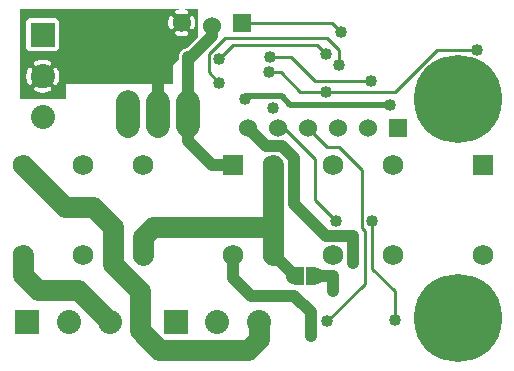
<source format=gbr>
G04 start of page 3 for group 1 idx 1 *
G04 Title: (unknown), bottom *
G04 Creator: pcb 20140316 *
G04 CreationDate: Fri 17 Nov 2017 10:24:59 PM GMT UTC *
G04 For: ndholmes *
G04 Format: Gerber/RS-274X *
G04 PCB-Dimensions (mil): 1700.00 1200.00 *
G04 PCB-Coordinate-Origin: lower left *
%MOIN*%
%FSLAX25Y25*%
%LNBOTTOM*%
%ADD45C,0.0450*%
%ADD44C,0.1285*%
%ADD43C,0.0380*%
%ADD42C,0.0472*%
%ADD41R,0.0300X0.0300*%
%ADD40C,0.0787*%
%ADD39C,0.2937*%
%ADD38C,0.0680*%
%ADD37C,0.0800*%
%ADD36C,0.0600*%
%ADD35C,0.0200*%
%ADD34C,0.0100*%
%ADD33C,0.0400*%
%ADD32C,0.0700*%
%ADD31C,0.0001*%
G54D31*G36*
X14673Y119000D02*X58000D01*
Y116492D01*
X57913Y116554D01*
X57808Y116607D01*
X57695Y116643D01*
X57579Y116660D01*
X57461Y116659D01*
X57344Y116640D01*
X57232Y116603D01*
X57127Y116548D01*
X57032Y116478D01*
X56949Y116394D01*
X56881Y116298D01*
X56830Y116192D01*
X56682Y115784D01*
X56578Y115363D01*
X56516Y114933D01*
X56495Y114500D01*
X56516Y114067D01*
X56578Y113637D01*
X56682Y113216D01*
X56825Y112806D01*
X56878Y112700D01*
X56947Y112604D01*
X57030Y112519D01*
X57125Y112449D01*
X57231Y112394D01*
X57343Y112357D01*
X57460Y112337D01*
X57579Y112336D01*
X57696Y112354D01*
X57809Y112390D01*
X57915Y112443D01*
X58000Y112504D01*
Y94000D01*
X56000D01*
Y99000D01*
X55972Y99471D01*
X55862Y99930D01*
X55681Y100366D01*
X55435Y100769D01*
X55128Y101128D01*
X54769Y101435D01*
X54366Y101681D01*
X53930Y101862D01*
X53471Y101972D01*
X53000Y102009D01*
X52529Y101972D01*
X52070Y101862D01*
X51634Y101681D01*
X51231Y101435D01*
X50872Y101128D01*
X50565Y100769D01*
X50319Y100366D01*
X50138Y99930D01*
X50028Y99471D01*
X50000Y99000D01*
Y94000D01*
X19455D01*
X19518Y94074D01*
X19578Y94176D01*
X19795Y94645D01*
X19962Y95134D01*
X20082Y95637D01*
X20155Y96149D01*
X20179Y96665D01*
X20155Y97181D01*
X20082Y97693D01*
X19962Y98196D01*
X19795Y98685D01*
X19583Y99157D01*
X19522Y99258D01*
X19445Y99349D01*
X19355Y99426D01*
X19253Y99488D01*
X19144Y99534D01*
X19028Y99562D01*
X18910Y99571D01*
X18792Y99562D01*
X18676Y99535D01*
X18566Y99489D01*
X18465Y99427D01*
X18375Y99351D01*
X18297Y99260D01*
X18235Y99159D01*
X18189Y99050D01*
X18162Y98934D01*
X18152Y98816D01*
X18161Y98697D01*
X18189Y98582D01*
X18236Y98473D01*
X18394Y98133D01*
X18515Y97777D01*
X18603Y97412D01*
X18655Y97040D01*
X18673Y96665D01*
X18655Y96290D01*
X18603Y95918D01*
X18515Y95553D01*
X18394Y95197D01*
X18240Y94855D01*
X18193Y94747D01*
X18166Y94632D01*
X18156Y94514D01*
X18166Y94397D01*
X18194Y94282D01*
X18239Y94173D01*
X18301Y94072D01*
X18363Y94000D01*
X14673D01*
Y100665D01*
X15048Y100647D01*
X15420Y100595D01*
X15785Y100507D01*
X16141Y100386D01*
X16483Y100232D01*
X16591Y100185D01*
X16706Y100158D01*
X16824Y100148D01*
X16941Y100158D01*
X17056Y100186D01*
X17165Y100231D01*
X17266Y100293D01*
X17355Y100370D01*
X17432Y100460D01*
X17493Y100560D01*
X17538Y100669D01*
X17566Y100784D01*
X17575Y100902D01*
X17565Y101020D01*
X17538Y101134D01*
X17492Y101243D01*
X17430Y101344D01*
X17354Y101434D01*
X17264Y101510D01*
X17162Y101570D01*
X16693Y101787D01*
X16204Y101954D01*
X15701Y102074D01*
X15189Y102147D01*
X14673Y102171D01*
Y104952D01*
X18908Y104959D01*
X19138Y105014D01*
X19356Y105104D01*
X19557Y105228D01*
X19737Y105381D01*
X19890Y105561D01*
X20014Y105762D01*
X20104Y105980D01*
X20159Y106210D01*
X20173Y106445D01*
X20159Y114680D01*
X20104Y114910D01*
X20014Y115128D01*
X19890Y115329D01*
X19737Y115509D01*
X19557Y115662D01*
X19356Y115786D01*
X19138Y115876D01*
X18908Y115931D01*
X18673Y115945D01*
X14673Y115938D01*
Y119000D01*
G37*
G36*
X7000Y94000D02*Y119000D01*
X14673D01*
Y115938D01*
X10438Y115931D01*
X10208Y115876D01*
X9990Y115786D01*
X9789Y115662D01*
X9609Y115509D01*
X9456Y115329D01*
X9332Y115128D01*
X9242Y114910D01*
X9187Y114680D01*
X9173Y114445D01*
X9187Y106210D01*
X9242Y105980D01*
X9332Y105762D01*
X9456Y105561D01*
X9609Y105381D01*
X9789Y105228D01*
X9990Y105104D01*
X10208Y105014D01*
X10438Y104959D01*
X10673Y104945D01*
X14673Y104952D01*
Y102171D01*
X14673D01*
X14157Y102147D01*
X13645Y102074D01*
X13142Y101954D01*
X12653Y101787D01*
X12181Y101575D01*
X12080Y101514D01*
X11989Y101437D01*
X11912Y101347D01*
X11850Y101245D01*
X11804Y101136D01*
X11776Y101020D01*
X11767Y100902D01*
X11776Y100784D01*
X11803Y100668D01*
X11849Y100558D01*
X11911Y100457D01*
X11987Y100367D01*
X12078Y100289D01*
X12179Y100227D01*
X12288Y100181D01*
X12404Y100154D01*
X12522Y100144D01*
X12641Y100153D01*
X12756Y100181D01*
X12865Y100228D01*
X13205Y100386D01*
X13561Y100507D01*
X13926Y100595D01*
X14298Y100647D01*
X14673Y100665D01*
Y94000D01*
X10989D01*
X11049Y94070D01*
X11111Y94171D01*
X11157Y94280D01*
X11184Y94396D01*
X11194Y94514D01*
X11185Y94633D01*
X11157Y94748D01*
X11110Y94857D01*
X10952Y95197D01*
X10831Y95553D01*
X10743Y95918D01*
X10691Y96290D01*
X10673Y96665D01*
X10691Y97040D01*
X10743Y97412D01*
X10831Y97777D01*
X10952Y98133D01*
X11106Y98475D01*
X11153Y98583D01*
X11180Y98698D01*
X11190Y98816D01*
X11180Y98933D01*
X11152Y99048D01*
X11107Y99157D01*
X11045Y99258D01*
X10968Y99347D01*
X10878Y99424D01*
X10778Y99485D01*
X10669Y99530D01*
X10554Y99558D01*
X10436Y99567D01*
X10318Y99557D01*
X10204Y99530D01*
X10095Y99484D01*
X9994Y99422D01*
X9904Y99346D01*
X9828Y99256D01*
X9768Y99154D01*
X9551Y98685D01*
X9384Y98196D01*
X9264Y97693D01*
X9191Y97181D01*
X9167Y96665D01*
X9191Y96149D01*
X9264Y95637D01*
X9384Y95134D01*
X9551Y94645D01*
X9763Y94173D01*
X9824Y94072D01*
X9885Y94000D01*
X7000D01*
G37*
G36*
X60000Y102500D02*X58000Y100500D01*
X56500D01*
Y110000D01*
X60892D01*
X61000Y109995D01*
X61108Y110000D01*
X66500D01*
Y109743D01*
X62747Y105989D01*
X62529Y105972D01*
X62070Y105862D01*
X61634Y105681D01*
X61231Y105435D01*
X60872Y105128D01*
X60565Y104769D01*
X60319Y104366D01*
X60138Y103930D01*
X60028Y103471D01*
X60000Y103000D01*
Y102500D01*
G37*
G36*
X64613Y119000D02*X66500D01*
Y113676D01*
X66486Y113500D01*
X66500Y113324D01*
Y109743D01*
X65757Y109000D01*
X64613D01*
Y112353D01*
X64656Y112360D01*
X64768Y112397D01*
X64873Y112452D01*
X64968Y112522D01*
X65051Y112606D01*
X65119Y112702D01*
X65170Y112808D01*
X65318Y113216D01*
X65422Y113637D01*
X65484Y114067D01*
X65505Y114500D01*
X65484Y114933D01*
X65422Y115363D01*
X65318Y115784D01*
X65175Y116194D01*
X65122Y116300D01*
X65053Y116396D01*
X64970Y116481D01*
X64875Y116551D01*
X64769Y116606D01*
X64657Y116643D01*
X64613Y116651D01*
Y119000D01*
G37*
G36*
X61002Y117500D02*X61289Y117486D01*
X61575Y117444D01*
X61855Y117376D01*
X62128Y117280D01*
X62239Y117242D01*
X62356Y117225D01*
X62474Y117225D01*
X62591Y117245D01*
X62703Y117282D01*
X62807Y117336D01*
X62902Y117406D01*
X62985Y117491D01*
X63054Y117587D01*
X63107Y117692D01*
X63143Y117805D01*
X63160Y117921D01*
X63159Y118039D01*
X63140Y118156D01*
X63103Y118268D01*
X63048Y118373D01*
X62978Y118468D01*
X62894Y118551D01*
X62798Y118619D01*
X62692Y118670D01*
X62284Y118818D01*
X61863Y118922D01*
X61433Y118984D01*
X61108Y119000D01*
X64613D01*
Y116651D01*
X64540Y116663D01*
X64421Y116664D01*
X64304Y116646D01*
X64191Y116610D01*
X64085Y116557D01*
X63988Y116488D01*
X63904Y116405D01*
X63833Y116309D01*
X63779Y116204D01*
X63741Y116092D01*
X63722Y115975D01*
X63721Y115856D01*
X63739Y115739D01*
X63777Y115626D01*
X63876Y115355D01*
X63944Y115075D01*
X63986Y114789D01*
X64000Y114500D01*
X63986Y114211D01*
X63944Y113925D01*
X63876Y113645D01*
X63780Y113372D01*
X63742Y113261D01*
X63725Y113144D01*
X63725Y113026D01*
X63745Y112909D01*
X63782Y112797D01*
X63836Y112693D01*
X63906Y112598D01*
X63991Y112515D01*
X64087Y112446D01*
X64192Y112393D01*
X64305Y112357D01*
X64421Y112340D01*
X64539Y112341D01*
X64613Y112353D01*
Y109000D01*
X61002D01*
Y109995D01*
X61433Y110016D01*
X61863Y110078D01*
X62284Y110182D01*
X62694Y110325D01*
X62800Y110378D01*
X62896Y110447D01*
X62981Y110530D01*
X63051Y110625D01*
X63106Y110731D01*
X63143Y110843D01*
X63163Y110960D01*
X63164Y111079D01*
X63146Y111196D01*
X63110Y111309D01*
X63057Y111415D01*
X62988Y111512D01*
X62905Y111596D01*
X62809Y111667D01*
X62704Y111721D01*
X62592Y111759D01*
X62475Y111778D01*
X62356Y111779D01*
X62239Y111761D01*
X62126Y111723D01*
X61855Y111624D01*
X61575Y111556D01*
X61289Y111514D01*
X61002Y111500D01*
Y117500D01*
G37*
G36*
X57387Y119000D02*X60892D01*
X60567Y118984D01*
X60137Y118922D01*
X59716Y118818D01*
X59306Y118675D01*
X59200Y118622D01*
X59104Y118553D01*
X59019Y118470D01*
X58949Y118375D01*
X58894Y118269D01*
X58857Y118157D01*
X58837Y118040D01*
X58836Y117921D01*
X58854Y117804D01*
X58890Y117691D01*
X58943Y117585D01*
X59012Y117488D01*
X59095Y117404D01*
X59191Y117333D01*
X59296Y117279D01*
X59408Y117241D01*
X59525Y117222D01*
X59644Y117221D01*
X59761Y117239D01*
X59874Y117277D01*
X60145Y117376D01*
X60425Y117444D01*
X60711Y117486D01*
X61000Y117500D01*
X61002Y117500D01*
Y111500D01*
X61000Y111500D01*
X60711Y111514D01*
X60425Y111556D01*
X60145Y111624D01*
X59872Y111720D01*
X59761Y111758D01*
X59644Y111775D01*
X59526Y111775D01*
X59409Y111755D01*
X59297Y111718D01*
X59193Y111664D01*
X59098Y111594D01*
X59015Y111509D01*
X58946Y111413D01*
X58893Y111308D01*
X58857Y111195D01*
X58840Y111079D01*
X58841Y110961D01*
X58860Y110844D01*
X58897Y110732D01*
X58952Y110627D01*
X59022Y110532D01*
X59106Y110449D01*
X59202Y110381D01*
X59308Y110330D01*
X59716Y110182D01*
X60137Y110078D01*
X60567Y110016D01*
X61000Y109995D01*
X61002Y109995D01*
Y109000D01*
X57387D01*
Y112349D01*
X57460Y112337D01*
X57579Y112336D01*
X57696Y112354D01*
X57809Y112390D01*
X57915Y112443D01*
X58012Y112512D01*
X58096Y112595D01*
X58167Y112691D01*
X58221Y112796D01*
X58259Y112908D01*
X58278Y113025D01*
X58279Y113144D01*
X58261Y113261D01*
X58223Y113374D01*
X58124Y113645D01*
X58056Y113925D01*
X58014Y114211D01*
X58000Y114500D01*
X58014Y114789D01*
X58056Y115075D01*
X58124Y115355D01*
X58220Y115628D01*
X58258Y115739D01*
X58275Y115856D01*
X58275Y115974D01*
X58255Y116091D01*
X58218Y116203D01*
X58164Y116307D01*
X58094Y116402D01*
X58009Y116485D01*
X57913Y116554D01*
X57808Y116607D01*
X57695Y116643D01*
X57579Y116660D01*
X57461Y116659D01*
X57387Y116647D01*
Y119000D01*
G37*
G36*
X55000Y109000D02*Y119000D01*
X57387D01*
Y116647D01*
X57344Y116640D01*
X57232Y116603D01*
X57127Y116548D01*
X57032Y116478D01*
X56949Y116394D01*
X56881Y116298D01*
X56830Y116192D01*
X56682Y115784D01*
X56578Y115363D01*
X56516Y114933D01*
X56495Y114500D01*
X56516Y114067D01*
X56578Y113637D01*
X56682Y113216D01*
X56825Y112806D01*
X56878Y112700D01*
X56947Y112604D01*
X57030Y112519D01*
X57125Y112449D01*
X57231Y112394D01*
X57343Y112357D01*
X57387Y112349D01*
Y109000D01*
X55000D01*
G37*
G36*
X19166Y103500D02*X22500D01*
Y89000D01*
X19166D01*
Y93810D01*
X19251Y93846D01*
X19352Y93908D01*
X19442Y93984D01*
X19518Y94074D01*
X19578Y94176D01*
X19795Y94645D01*
X19962Y95134D01*
X20082Y95637D01*
X20155Y96149D01*
X20179Y96665D01*
X20155Y97181D01*
X20082Y97693D01*
X19962Y98196D01*
X19795Y98685D01*
X19583Y99157D01*
X19522Y99258D01*
X19445Y99349D01*
X19355Y99426D01*
X19253Y99488D01*
X19166Y99525D01*
Y103500D01*
G37*
G36*
X14675D02*X19166D01*
Y99525D01*
X19144Y99534D01*
X19028Y99562D01*
X18910Y99571D01*
X18792Y99562D01*
X18676Y99535D01*
X18566Y99489D01*
X18465Y99427D01*
X18375Y99351D01*
X18297Y99260D01*
X18235Y99159D01*
X18189Y99050D01*
X18162Y98934D01*
X18152Y98816D01*
X18161Y98697D01*
X18189Y98582D01*
X18236Y98473D01*
X18394Y98133D01*
X18515Y97777D01*
X18603Y97412D01*
X18655Y97040D01*
X18673Y96665D01*
X18655Y96290D01*
X18603Y95918D01*
X18515Y95553D01*
X18394Y95197D01*
X18240Y94855D01*
X18193Y94747D01*
X18166Y94632D01*
X18156Y94514D01*
X18166Y94397D01*
X18194Y94282D01*
X18239Y94173D01*
X18301Y94072D01*
X18378Y93983D01*
X18468Y93906D01*
X18568Y93845D01*
X18677Y93800D01*
X18792Y93772D01*
X18910Y93763D01*
X19028Y93773D01*
X19142Y93800D01*
X19166Y93810D01*
Y89000D01*
X14675D01*
Y91159D01*
X15189Y91183D01*
X15701Y91256D01*
X16204Y91376D01*
X16693Y91543D01*
X17165Y91755D01*
X17266Y91816D01*
X17357Y91893D01*
X17434Y91983D01*
X17496Y92085D01*
X17542Y92194D01*
X17570Y92310D01*
X17579Y92428D01*
X17570Y92546D01*
X17543Y92662D01*
X17497Y92772D01*
X17435Y92873D01*
X17359Y92963D01*
X17268Y93041D01*
X17167Y93103D01*
X17058Y93149D01*
X16942Y93176D01*
X16824Y93186D01*
X16705Y93177D01*
X16590Y93149D01*
X16481Y93102D01*
X16141Y92944D01*
X15785Y92823D01*
X15420Y92735D01*
X15048Y92683D01*
X14675Y92665D01*
Y100665D01*
X15048Y100647D01*
X15420Y100595D01*
X15785Y100507D01*
X16141Y100386D01*
X16483Y100232D01*
X16591Y100185D01*
X16706Y100158D01*
X16824Y100148D01*
X16941Y100158D01*
X17056Y100186D01*
X17165Y100231D01*
X17266Y100293D01*
X17355Y100370D01*
X17432Y100460D01*
X17493Y100560D01*
X17538Y100669D01*
X17566Y100784D01*
X17575Y100902D01*
X17565Y101020D01*
X17538Y101134D01*
X17492Y101243D01*
X17430Y101344D01*
X17354Y101434D01*
X17264Y101510D01*
X17162Y101570D01*
X16693Y101787D01*
X16204Y101954D01*
X15701Y102074D01*
X15189Y102147D01*
X14675Y102171D01*
Y103500D01*
G37*
G36*
X10180D02*X14675D01*
Y102171D01*
X14673Y102171D01*
X14157Y102147D01*
X13645Y102074D01*
X13142Y101954D01*
X12653Y101787D01*
X12181Y101575D01*
X12080Y101514D01*
X11989Y101437D01*
X11912Y101347D01*
X11850Y101245D01*
X11804Y101136D01*
X11776Y101020D01*
X11767Y100902D01*
X11776Y100784D01*
X11803Y100668D01*
X11849Y100558D01*
X11911Y100457D01*
X11987Y100367D01*
X12078Y100289D01*
X12179Y100227D01*
X12288Y100181D01*
X12404Y100154D01*
X12522Y100144D01*
X12641Y100153D01*
X12756Y100181D01*
X12865Y100228D01*
X13205Y100386D01*
X13561Y100507D01*
X13926Y100595D01*
X14298Y100647D01*
X14673Y100665D01*
X14675Y100665D01*
Y92665D01*
X14673Y92665D01*
X14298Y92683D01*
X13926Y92735D01*
X13561Y92823D01*
X13205Y92944D01*
X12863Y93098D01*
X12755Y93145D01*
X12640Y93172D01*
X12522Y93182D01*
X12405Y93172D01*
X12290Y93144D01*
X12181Y93099D01*
X12080Y93037D01*
X11991Y92960D01*
X11914Y92870D01*
X11853Y92770D01*
X11808Y92661D01*
X11780Y92546D01*
X11771Y92428D01*
X11781Y92310D01*
X11808Y92196D01*
X11854Y92087D01*
X11916Y91986D01*
X11992Y91896D01*
X12082Y91820D01*
X12184Y91760D01*
X12653Y91543D01*
X13142Y91376D01*
X13645Y91256D01*
X14157Y91183D01*
X14673Y91159D01*
X14675Y91159D01*
Y89000D01*
X10180D01*
Y93805D01*
X10202Y93796D01*
X10318Y93768D01*
X10436Y93759D01*
X10554Y93768D01*
X10670Y93795D01*
X10780Y93841D01*
X10881Y93903D01*
X10971Y93979D01*
X11049Y94070D01*
X11111Y94171D01*
X11157Y94280D01*
X11184Y94396D01*
X11194Y94514D01*
X11185Y94633D01*
X11157Y94748D01*
X11110Y94857D01*
X10952Y95197D01*
X10831Y95553D01*
X10743Y95918D01*
X10691Y96290D01*
X10673Y96665D01*
X10691Y97040D01*
X10743Y97412D01*
X10831Y97777D01*
X10952Y98133D01*
X11106Y98475D01*
X11153Y98583D01*
X11180Y98698D01*
X11190Y98816D01*
X11180Y98933D01*
X11152Y99048D01*
X11107Y99157D01*
X11045Y99258D01*
X10968Y99347D01*
X10878Y99424D01*
X10778Y99485D01*
X10669Y99530D01*
X10554Y99558D01*
X10436Y99567D01*
X10318Y99557D01*
X10204Y99530D01*
X10180Y99520D01*
Y103500D01*
G37*
G36*
X7000D02*X10180D01*
Y99520D01*
X10095Y99484D01*
X9994Y99422D01*
X9904Y99346D01*
X9828Y99256D01*
X9768Y99154D01*
X9551Y98685D01*
X9384Y98196D01*
X9264Y97693D01*
X9191Y97181D01*
X9167Y96665D01*
X9191Y96149D01*
X9264Y95637D01*
X9384Y95134D01*
X9551Y94645D01*
X9763Y94173D01*
X9824Y94072D01*
X9901Y93981D01*
X9991Y93904D01*
X10093Y93842D01*
X10180Y93805D01*
Y89000D01*
X7000D01*
Y103500D01*
G37*
G36*
X47500Y94000D02*Y102000D01*
X58000D01*
Y94000D01*
X47500D01*
G37*
G54D32*X51500Y46500D02*X91000D01*
X83000Y5500D02*X53500D01*
X86614Y14673D02*Y9114D01*
X53500Y5500D02*X47000Y12000D01*
Y25000D01*
X48000Y43000D02*X51500Y46500D01*
G54D33*X37000Y14787D02*X37114Y14673D01*
G54D32*X47000Y25000D02*X38000Y34000D01*
Y46500D01*
X48000Y37000D02*Y43000D01*
X38000Y46500D02*X31500Y53000D01*
X22000D02*X8000Y67000D01*
X31500Y53000D02*X22000D01*
X26287Y25500D02*X37114Y14673D01*
X13000Y25500D02*X26287D01*
X8000Y30500D02*X13000Y25500D01*
X8000Y37000D02*Y30500D01*
X86614Y9114D02*X83000Y5500D01*
G54D33*X78000Y37000D02*Y29500D01*
X84000Y23500D01*
X98500D02*X104000Y18000D01*
Y10000D01*
X84000Y23500D02*X98500D01*
G54D34*X132000Y91500D02*X146000Y105500D01*
X159500D01*
G54D33*X98500Y69500D02*X94500Y73500D01*
G54D34*X121000Y65500D02*X113500Y73000D01*
X93000Y79500D02*X95000D01*
X109500Y73000D02*X103000Y79500D01*
X113500Y73000D02*X109500D01*
X95000Y79500D02*X105500Y69000D01*
X94000Y98000D02*X100500Y91500D01*
G54D35*X130500Y87000D02*X97000D01*
G54D34*X113500Y105500D02*Y100500D01*
X100500Y91500D02*X132000D01*
X124000Y95000D02*X105500D01*
X97500Y103000D01*
G54D33*X118000Y43500D02*Y34500D01*
G54D34*X132000Y25000D02*X124500Y32500D01*
X122000Y45000D02*Y27500D01*
G54D33*X109000Y43500D02*X118000D01*
G54D34*X124500Y32500D02*Y48500D01*
X121000Y65500D02*Y46000D01*
X122000Y45000D01*
X105500Y69000D02*Y55500D01*
X112500Y48500D01*
G54D33*X98500Y54000D02*Y69500D01*
Y54000D02*X109000Y43500D01*
G54D34*X132000Y15500D02*Y25000D01*
X122000Y27500D02*X109500Y15000D01*
G54D33*X111500Y25000D02*Y30000D01*
X105500D01*
G54D34*X70000Y104000D02*Y98000D01*
X73500Y94500D01*
X75500Y109500D02*X70000Y104000D01*
G54D33*X71000Y112500D02*Y110000D01*
X63000Y102000D01*
X53000Y84000D02*Y99000D01*
X63000Y102000D02*Y84000D01*
G54D35*X94500Y90000D02*X82000D01*
G54D34*X90000Y98000D02*X94000D01*
G54D33*X63000Y75000D02*X71000Y67000D01*
X63000Y103000D02*Y75000D01*
X71000Y67000D02*X78000D01*
G54D34*X73500Y102500D02*X78000Y107000D01*
X81000Y114500D02*X111000D01*
X75500Y109500D02*X109500D01*
X78000Y107000D02*X106000D01*
X97500Y103000D02*X90500D01*
G54D35*X97000Y87000D02*X94500Y90000D01*
G54D33*Y73500D02*X89000D01*
X83000Y79500D01*
G54D32*X91500Y67000D02*Y37000D01*
G54D36*X91700D01*
G54D33*X98700Y30000D01*
G54D34*X114000Y111500D02*X111000Y114500D01*
X109500Y109500D02*X113500Y105500D01*
X106000Y107000D02*X109000Y104000D01*
G54D31*G36*
X55055Y18673D02*Y10673D01*
X63055D01*
Y18673D01*
X55055D01*
G37*
G54D37*X72835Y14673D03*
X86614D03*
G54D38*X91500Y37000D03*
X78000D03*
X111500D03*
G54D31*G36*
X5555Y18673D02*Y10673D01*
X13555D01*
Y18673D01*
X5555D01*
G37*
G54D37*X23335Y14673D03*
X37114D03*
G54D38*X8000Y37000D03*
X28000D03*
X48000D03*
G54D39*X153000Y16000D03*
Y89000D03*
G54D31*G36*
X158100Y70400D02*Y63600D01*
X164900D01*
Y70400D01*
X158100D01*
G37*
G54D38*X161500Y37000D03*
G54D31*G36*
X130000Y82500D02*Y76500D01*
X136000D01*
Y82500D01*
X130000D01*
G37*
G54D38*X131500Y67000D03*
G54D36*X123000Y79500D03*
G54D38*X131500Y37000D03*
G54D31*G36*
X39063Y87937D02*Y80063D01*
X46937D01*
Y87937D01*
X39063D01*
G37*
G36*
X10673Y114445D02*Y106445D01*
X18673D01*
Y114445D01*
X10673D01*
G37*
G54D37*X14673Y96665D03*
Y82886D03*
G54D36*X113000Y79500D03*
X103000D03*
X93000D03*
G54D38*X111500Y67000D03*
X91500D03*
G54D40*X63000Y84000D03*
X53000D03*
G54D36*X83000Y79500D03*
G54D38*X48000Y67000D03*
X28000D03*
X8000D03*
G54D31*G36*
X74600Y70400D02*Y63600D01*
X81400D01*
Y70400D01*
X74600D01*
G37*
G36*
X78000Y117500D02*Y111500D01*
X84000D01*
Y117500D01*
X78000D01*
G37*
G54D36*X71000Y113500D03*
X61000Y114500D03*
X98700Y30000D03*
G54D41*X100200Y31500D02*Y28500D01*
G54D36*X105500Y30000D03*
G54D41*X104000Y31500D02*Y28500D01*
G54D40*X53000Y87937D02*Y80063D01*
X43000Y87937D02*Y80063D01*
X63000Y87937D02*Y80063D01*
G54D33*X73500Y94500D03*
Y102500D03*
X82000Y89000D03*
X63000Y97000D03*
X109000Y91500D03*
X91500Y86000D03*
X130500Y87000D03*
X159500Y105500D03*
X113500Y100500D03*
X124000Y95000D03*
X114000Y111500D03*
X109000Y104000D03*
X90500Y103000D03*
X90000Y98000D03*
X124500Y48500D03*
X104000Y10000D03*
X109500Y15000D03*
X132000Y15500D03*
X112500Y48500D03*
X118000Y34500D03*
Y39000D03*
Y43500D03*
X111500Y30000D03*
Y25000D03*
G54D35*G54D42*G54D43*G54D42*G54D43*G54D44*G54D43*G54D45*G54D42*G54D43*G54D45*G54D43*M02*

</source>
